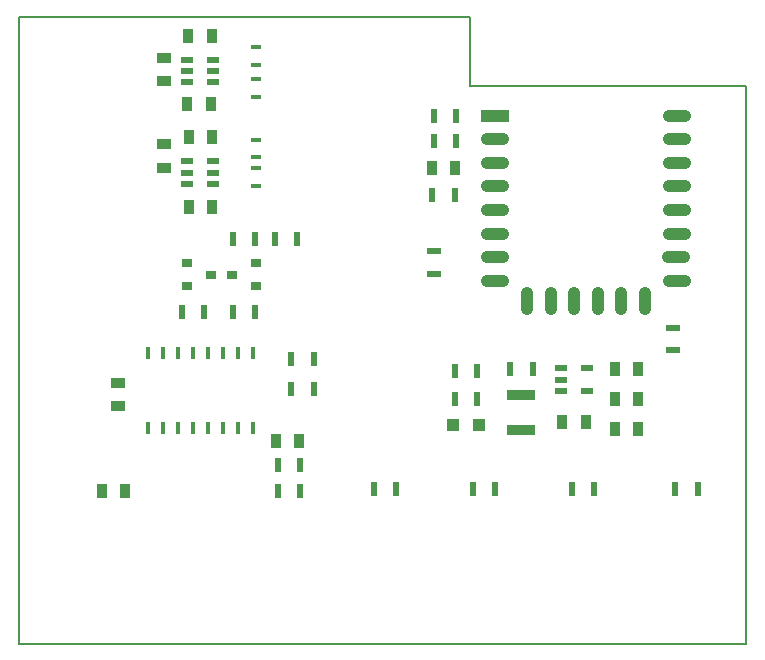
<source format=gbr>
%TF.GenerationSoftware,KiCad,Pcbnew,4.0.7-e2-6376~58~ubuntu16.04.1*%
%TF.CreationDate,2018-03-12T18:00:00+01:00*%
%TF.ProjectId,SLAMP-WiFi,534C414D502D576946692E6B69636164,rev?*%
%TF.FileFunction,Paste,Top*%
%FSLAX46Y46*%
G04 Gerber Fmt 4.6, Leading zero omitted, Abs format (unit mm)*
G04 Created by KiCad (PCBNEW 4.0.7-e2-6376~58~ubuntu16.04.1) date Mon Mar 12 18:00:00 2018*
%MOMM*%
%LPD*%
G01*
G04 APERTURE LIST*
%ADD10C,0.127000*%
%ADD11R,0.820000X0.720000*%
%ADD12R,2.420000X1.020000*%
%ADD13O,2.420000X1.020000*%
%ADD14O,1.020000X2.420000*%
%ADD15R,0.620000X1.220000*%
%ADD16R,0.920000X1.170000*%
%ADD17R,1.170000X0.920000*%
%ADD18R,2.420000X0.920000*%
%ADD19R,1.120000X1.120000*%
%ADD20R,1.220000X0.620000*%
%ADD21R,0.980000X0.570000*%
%ADD22R,0.428000X1.063000*%
%ADD23R,0.820000X0.420000*%
G04 APERTURE END LIST*
D10*
X143637000Y-54991000D02*
X143637000Y-56769000D01*
X181864000Y-54991000D02*
X143637000Y-54991000D01*
X181864000Y-56769000D02*
X181864000Y-54991000D01*
X143637000Y-56769000D02*
X143637000Y-60833000D01*
X181864000Y-58166000D02*
X181864000Y-56769000D01*
X181864000Y-60833000D02*
X181864000Y-58166000D01*
X201041000Y-60833000D02*
X181864000Y-60833000D01*
X143637000Y-108077000D02*
X143637000Y-60833000D01*
X205232000Y-108077000D02*
X143637000Y-108077000D01*
X205232000Y-60833000D02*
X205232000Y-108077000D01*
X201041000Y-60833000D02*
X205232000Y-60833000D01*
D11*
X157877000Y-75885000D03*
X157877000Y-77785000D03*
X159877000Y-76835000D03*
D12*
X183958000Y-63373000D03*
D13*
X183958000Y-65373000D03*
X183958000Y-67373000D03*
X183958000Y-69373000D03*
X183958000Y-71373000D03*
X183958000Y-73373000D03*
X183958000Y-75373000D03*
X183958000Y-77373000D03*
X199358000Y-77373000D03*
X199258000Y-75373000D03*
X199358000Y-73373000D03*
X199358000Y-71373000D03*
X199358000Y-69373000D03*
X199358000Y-67373000D03*
X199358000Y-65373000D03*
X199358000Y-63373000D03*
D14*
X186648000Y-79073000D03*
X188648000Y-79073000D03*
X190648000Y-79073000D03*
X192648000Y-79073000D03*
X194648000Y-79073000D03*
X196648000Y-79073000D03*
D15*
X157419000Y-80010000D03*
X159319000Y-80010000D03*
D16*
X189627000Y-89281000D03*
X191627000Y-89281000D03*
X152638000Y-95123000D03*
X150638000Y-95123000D03*
D17*
X152019000Y-85995000D03*
X152019000Y-87995000D03*
D16*
X165370000Y-90932000D03*
X167370000Y-90932000D03*
X194072000Y-89916000D03*
X196072000Y-89916000D03*
X194072000Y-84836000D03*
X196072000Y-84836000D03*
X194072000Y-87376000D03*
X196072000Y-87376000D03*
D18*
X186182000Y-87019000D03*
X186182000Y-90019000D03*
D16*
X180578000Y-67818000D03*
X178578000Y-67818000D03*
D19*
X180383000Y-89535000D03*
X182583000Y-89535000D03*
D11*
X163687000Y-77785000D03*
X163687000Y-75885000D03*
X161687000Y-76835000D03*
D15*
X166690000Y-83947000D03*
X168590000Y-83947000D03*
X166690000Y-86487000D03*
X168590000Y-86487000D03*
X175575000Y-94996000D03*
X173675000Y-94996000D03*
X161737000Y-73787000D03*
X163637000Y-73787000D03*
X165547000Y-92964000D03*
X167447000Y-92964000D03*
X167193000Y-73787000D03*
X165293000Y-73787000D03*
X180655000Y-65532000D03*
X178755000Y-65532000D03*
D20*
X199009000Y-81346000D03*
X199009000Y-83246000D03*
D15*
X199202000Y-94996000D03*
X201102000Y-94996000D03*
X190439000Y-94996000D03*
X192339000Y-94996000D03*
X182057000Y-94996000D03*
X183957000Y-94996000D03*
X165547000Y-95123000D03*
X167447000Y-95123000D03*
X180533000Y-84963000D03*
X182433000Y-84963000D03*
X185232000Y-84836000D03*
X187132000Y-84836000D03*
X182433000Y-87376000D03*
X180533000Y-87376000D03*
X180528000Y-70104000D03*
X178628000Y-70104000D03*
X163637000Y-80010000D03*
X161737000Y-80010000D03*
X180655000Y-63373000D03*
X178755000Y-63373000D03*
D20*
X178816000Y-74869000D03*
X178816000Y-76769000D03*
D21*
X189527000Y-84775000D03*
X189527000Y-85725000D03*
X189527000Y-86675000D03*
X191727000Y-86675000D03*
X191727000Y-84775000D03*
D22*
X154559000Y-83439000D03*
X157099000Y-83439000D03*
X158369000Y-83439000D03*
X159639000Y-83439000D03*
X160909000Y-83439000D03*
X162179000Y-83439000D03*
X163449000Y-83439000D03*
X163449000Y-89789000D03*
X162179000Y-89789000D03*
X160909000Y-89789000D03*
X159639000Y-89789000D03*
X158369000Y-89789000D03*
X157099000Y-89789000D03*
X155829000Y-89789000D03*
X154559000Y-89789000D03*
X155829000Y-83439000D03*
D17*
X155956000Y-67802000D03*
X155956000Y-65802000D03*
D16*
X160004000Y-71120000D03*
X158004000Y-71120000D03*
X160004000Y-65151000D03*
X158004000Y-65151000D03*
D17*
X155905200Y-60486800D03*
X155905200Y-58486800D03*
D16*
X159902400Y-62433200D03*
X157902400Y-62433200D03*
X159953200Y-56642000D03*
X157953200Y-56642000D03*
D23*
X163703000Y-65417000D03*
X163703000Y-66917000D03*
X163703000Y-69330000D03*
X163703000Y-67830000D03*
X163677600Y-57568400D03*
X163677600Y-59068400D03*
X163677600Y-61811600D03*
X163677600Y-60311600D03*
D21*
X157904000Y-67249000D03*
X157904000Y-68199000D03*
X157904000Y-69149000D03*
X160104000Y-69149000D03*
X160104000Y-67249000D03*
X160104000Y-68199000D03*
X157904000Y-58638400D03*
X157904000Y-59588400D03*
X157904000Y-60538400D03*
X160104000Y-60538400D03*
X160104000Y-58638400D03*
X160104000Y-59588400D03*
M02*

</source>
